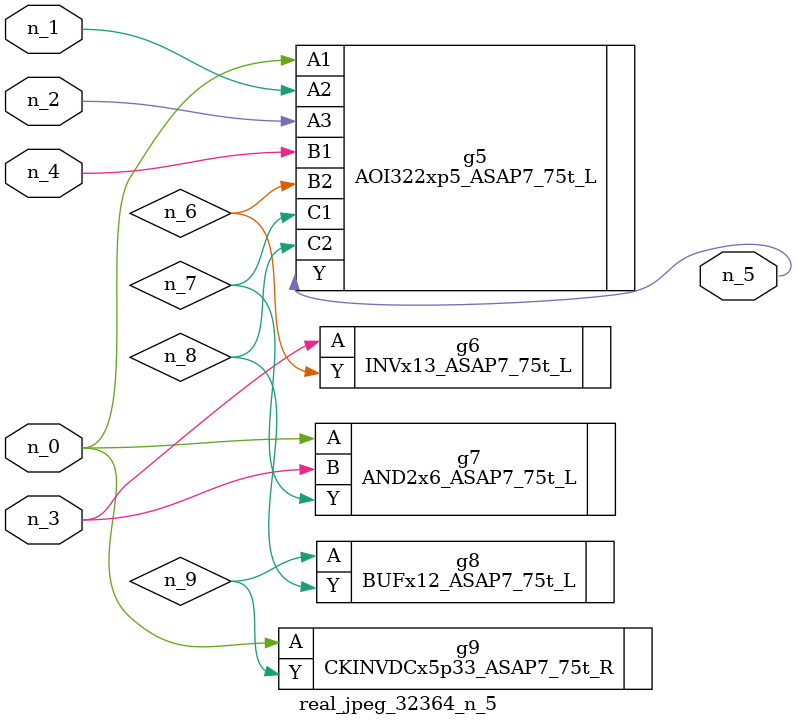
<source format=v>
module real_jpeg_32364_n_5 (n_4, n_0, n_1, n_2, n_3, n_5);

input n_4;
input n_0;
input n_1;
input n_2;
input n_3;

output n_5;

wire n_8;
wire n_6;
wire n_7;
wire n_9;

AOI322xp5_ASAP7_75t_L g5 ( 
.A1(n_0),
.A2(n_1),
.A3(n_2),
.B1(n_4),
.B2(n_6),
.C1(n_7),
.C2(n_8),
.Y(n_5)
);

AND2x6_ASAP7_75t_L g7 ( 
.A(n_0),
.B(n_3),
.Y(n_7)
);

CKINVDCx5p33_ASAP7_75t_R g9 ( 
.A(n_0),
.Y(n_9)
);

INVx13_ASAP7_75t_L g6 ( 
.A(n_3),
.Y(n_6)
);

BUFx12_ASAP7_75t_L g8 ( 
.A(n_9),
.Y(n_8)
);


endmodule
</source>
